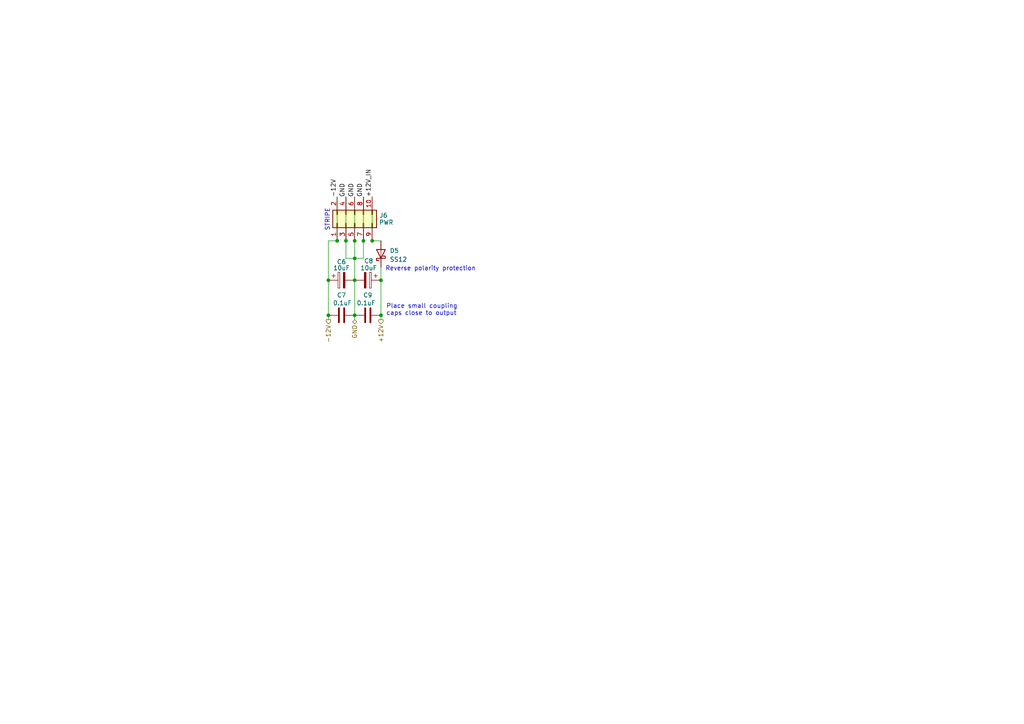
<source format=kicad_sch>
(kicad_sch (version 20250114) (generator "eeschema") (generator_version "9.0")
  (paper "A4")
  (lib_symbols
    (symbol "Connector_Generic:Conn_02x05_Odd_Even" (pin_names (offset 1.016) (hide yes))
      (property "Reference" "J" (at 1.27 7.62 0))
      (property "Value" "Conn_02x05_Odd_Even" (at 1.27 -7.62 0))
      (symbol "Conn_02x05_Odd_Even_1_1"
        (rectangle (start -1.27 6.35) (end 3.81 -6.35) (stroke (width 0.254)) (fill (type background)))
        (rectangle (start -1.27 5.207) (end 0 4.953) (stroke (width 0.1524)))
        (rectangle (start -1.27 2.667) (end 0 2.413) (stroke (width 0.1524)))
        (rectangle (start -1.27 0.127) (end 0 -0.127) (stroke (width 0.1524)))
        (rectangle (start -1.27 -2.413) (end 0 -2.667) (stroke (width 0.1524)))
        (rectangle (start -1.27 -4.953) (end 0 -5.207) (stroke (width 0.1524)))
        (rectangle (start 3.81 5.207) (end 2.54 4.953) (stroke (width 0.1524)))
        (rectangle (start 3.81 2.667) (end 2.54 2.413) (stroke (width 0.1524)))
        (rectangle (start 3.81 0.127) (end 2.54 -0.127) (stroke (width 0.1524)))
        (rectangle (start 3.81 -2.413) (end 2.54 -2.667) (stroke (width 0.1524)))
        (rectangle (start 3.81 -4.953) (end 2.54 -5.207) (stroke (width 0.1524)))
        (pin passive line (at -5.08 5.08 0) (length 3.81) (name "Pin_1") (number "1"))
        (pin passive line (at -5.08 2.54 0) (length 3.81) (name "Pin_3") (number "3"))
        (pin passive line (at -5.08 0 0) (length 3.81) (name "Pin_5") (number "5"))
        (pin passive line (at -5.08 -2.54 0) (length 3.81) (name "Pin_7") (number "7"))
        (pin passive line (at -5.08 -5.08 0) (length 3.81) (name "Pin_9") (number "9"))
        (pin passive line (at 7.62 5.08 180) (length 3.81) (name "Pin_2") (number "2"))
        (pin passive line (at 7.62 2.54 180) (length 3.81) (name "Pin_4") (number "4"))
        (pin passive line (at 7.62 0 180) (length 3.81) (name "Pin_6") (number "6"))
        (pin passive line (at 7.62 -2.54 180) (length 3.81) (name "Pin_8") (number "8"))
        (pin passive line (at 7.62 -5.08 180) (length 3.81) (name "Pin_10") (number "10"))
      )
    )
    (symbol "Device:C" (pin_numbers (hide yes)) (pin_names (offset 0.254))
      (property "Reference" "C" (at 0.635 2.54 0))
      (property "Value" "C" (at 0.635 -2.54 0))
      (symbol "C_0_1"
        (polyline (pts (xy -2.032 0.762) (xy 2.032 0.762)) (stroke (width 0.508)))
        (polyline (pts (xy -2.032 -0.762) (xy 2.032 -0.762)) (stroke (width 0.508)))
      )
      (symbol "C_1_1"
        (pin passive line (at 0 3.81 270) (length 2.794) (name "~") (number "1"))
        (pin passive line (at 0 -3.81 90) (length 2.794) (name "~") (number "2"))
      )
    )
    (symbol "Device:C_Polarized" (pin_numbers (hide yes)) (pin_names (offset 0.254))
      (property "Reference" "C" (at 0.635 2.54 0))
      (property "Value" "C_Polarized" (at 0.635 -2.54 0))
      (symbol "C_Polarized_0_1"
        (rectangle (start -2.286 0.508) (end 2.286 1.016))
        (polyline (pts (xy -1.778 2.286) (xy -0.762 2.286)))
        (polyline (pts (xy -1.27 2.794) (xy -1.27 1.778)))
        (rectangle (start 2.286 -0.508) (end -2.286 -1.016) (fill (type outline)))
      )
      (symbol "C_Polarized_1_1"
        (pin passive line (at 0 3.81 270) (length 2.794) (name "~") (number "1"))
        (pin passive line (at 0 -3.81 90) (length 2.794) (name "~") (number "2"))
      )
    )
    (symbol "Diode:SS12" (pin_numbers (hide yes)) (pin_names (offset 1.016) (hide yes))
      (property "Reference" "D" (at 0 2.54 0))
      (property "Value" "SS12" (at 0 -2.54 0))
      (symbol "SS12_0_1"
        (polyline (pts (xy -1.905 0.635) (xy -1.905 1.27) (xy -1.27 1.27) (xy -1.27 -1.27) (xy -0.635 -1.27) (xy -0.635 -0.635)) (stroke (width 0.254)))
        (polyline (pts (xy 1.27 1.27) (xy 1.27 -1.27) (xy -1.27 0) (xy 1.27 1.27)) (stroke (width 0.254)))
        (polyline (pts (xy 1.27 0) (xy -1.27 0)))
      )
      (symbol "SS12_1_1"
        (pin passive line (at -3.81 0 0) (length 2.54) (name "K") (number "1"))
        (pin passive line (at 3.81 0 180) (length 2.54) (name "A") (number "2"))
      )
    )
  )
  (text "Reverse polarity protection\n" (at 111.76 77.978 0) (effects (font (size 1.27 1.27)) (justify left)))
  (text "STRIPE" (at 94.996 63.754 90) (effects (font (size 1.27 1.27))))
  (text "Place small coupling\ncaps close to output" (at 112.014 89.916 0) (effects (font (size 1.27 1.27)) (justify left)))
  (junction (at 100.33 69.85))
  (junction (at 105.41 69.85))
  (junction (at 102.87 69.85))
  (junction (at 107.95 69.85))
  (junction (at 95.25 91.44))
  (junction (at 110.49 91.44))
  (junction (at 95.25 81.28))
  (junction (at 102.87 81.28))
  (junction (at 102.87 74.93))
  (junction (at 97.79 69.85))
  (junction (at 102.87 91.44))
  (junction (at 110.49 81.28))
  (wire (pts (xy 102.87 92.71) (xy 102.87 91.44)))
  (wire (pts (xy 97.79 57.15) (xy 97.79 69.85)))
  (wire (pts (xy 110.49 69.85) (xy 107.95 69.85)))
  (wire (pts (xy 97.79 69.85) (xy 95.25 69.85)))
  (wire (pts (xy 102.87 57.15) (xy 102.87 69.85)))
  (wire (pts (xy 100.33 74.93) (xy 102.87 74.93)))
  (wire (pts (xy 110.49 92.71) (xy 110.49 91.44)))
  (wire (pts (xy 110.49 77.47) (xy 110.49 81.28)))
  (wire (pts (xy 105.41 74.93) (xy 105.41 69.85)))
  (wire (pts (xy 102.87 69.85) (xy 102.87 74.93)))
  (wire (pts (xy 105.41 57.15) (xy 105.41 69.85)))
  (wire (pts (xy 95.25 69.85) (xy 95.25 81.28)))
  (wire (pts (xy 102.87 91.44) (xy 102.87 81.28)))
  (wire (pts (xy 95.25 91.44) (xy 95.25 81.28)))
  (wire (pts (xy 102.87 74.93) (xy 102.87 81.28)))
  (wire (pts (xy 100.33 57.15) (xy 100.33 69.85)))
  (wire (pts (xy 102.87 74.93) (xy 105.41 74.93)))
  (wire (pts (xy 107.95 57.15) (xy 107.95 69.85)))
  (wire (pts (xy 95.25 92.71) (xy 95.25 91.44)))
  (wire (pts (xy 100.33 69.85) (xy 100.33 74.93)))
  (wire (pts (xy 110.49 91.44) (xy 110.49 81.28)))
  (label "GND" (at 105.41 57.15 90))
  (label "GND" (at 100.33 57.15 90))
  (label "-12V" (at 97.79 57.15 90))
  (label "GND" (at 102.87 57.15 90))
  (label "+12V_IN" (at 107.95 57.15 90))
  (hierarchical_label "+12V" (shape output) (at 110.49 92.71 270))
  (hierarchical_label "-12V" (shape output) (at 95.25 92.71 270))
  (hierarchical_label "GND" (shape bidirectional) (at 102.87 92.71 270))
  (symbol (lib_id "Device:C_Polarized") (at 99.06 81.28 90) (mirror x) (unit 1)
    (property "Reference" "C6" (at 99.06 75.946 90))
    (property "Value" "10uF" (at 99.06 77.724 90))
    (property "Footprint" "Capacitor_THT:CP_Radial_D5.0mm_P2.00mm" (effects (hide yes)))
    (property "Description" "Polarized capacitor" (effects (hide yes)))
  )
  (symbol (lib_id "Diode:SS12") (at 110.49 73.66 90) (unit 1)
    (property "Reference" "D5" (at 113.03 72.7074 90) (effects (justify right)))
    (property "Value" "SS12" (at 113.03 75.2474 90) (effects (justify right)))
    (property "Footprint" "Diode_SMD:D_SMA" (effects (hide yes)))
    (property "Datasheet" "https://www.vishay.com/docs/88746/ss12.pdf" (effects (hide yes)))
    (property "Description" "20V 1A Schottky Diode, SMA" (effects (hide yes)))
  )
  (symbol (lib_id "Connector_Generic:Conn_02x05_Odd_Even") (at 102.87 64.77 90) (unit 1)
    (property "Reference" "J6" (at 111.252 62.484 90))
    (property "Value" "PWR" (at 112.014 64.516 90))
    (property "Footprint" "Connector_PinHeader_2.54mm:PinHeader_2x05_P2.54mm_Vertical" (effects (hide yes)))
    (property "Description" "Generic connector, double row, 02x05, odd/even pin numbering scheme (row 1 odd numbers, row 2 even numbers), script generated (kicad-library-utils/schlib/autogen/connector/)" (effects (hide yes)))
  )
  (symbol (lib_id "Device:C_Polarized") (at 106.68 81.28 270) (unit 1)
    (property "Reference" "C8" (at 106.934 75.692 90))
    (property "Value" "10uF" (at 106.934 77.724 90))
    (property "Footprint" "Capacitor_THT:CP_Radial_D5.0mm_P2.00mm" (effects (hide yes)))
    (property "Description" "Polarized capacitor" (effects (hide yes)))
  )
  (symbol (lib_id "Device:C") (at 99.06 91.44 90) (unit 1)
    (property "Reference" "C7" (at 99.06 85.598 90))
    (property "Value" "0.1uF" (at 99.314 87.884 90))
    (property "Footprint" "Capacitor_SMD:C_0805_2012Metric" (effects (hide yes)))
    (property "Description" "Unpolarized capacitor" (effects (hide yes)))
  )
  (symbol (lib_id "Device:C") (at 106.68 91.44 90) (unit 1)
    (property "Reference" "C9" (at 106.68 85.598 90))
    (property "Value" "0.1uF" (at 106.172 87.884 90))
    (property "Footprint" "Capacitor_SMD:C_0805_2012Metric" (effects (hide yes)))
    (property "Description" "Unpolarized capacitor" (effects (hide yes)))
  )
)
</source>
